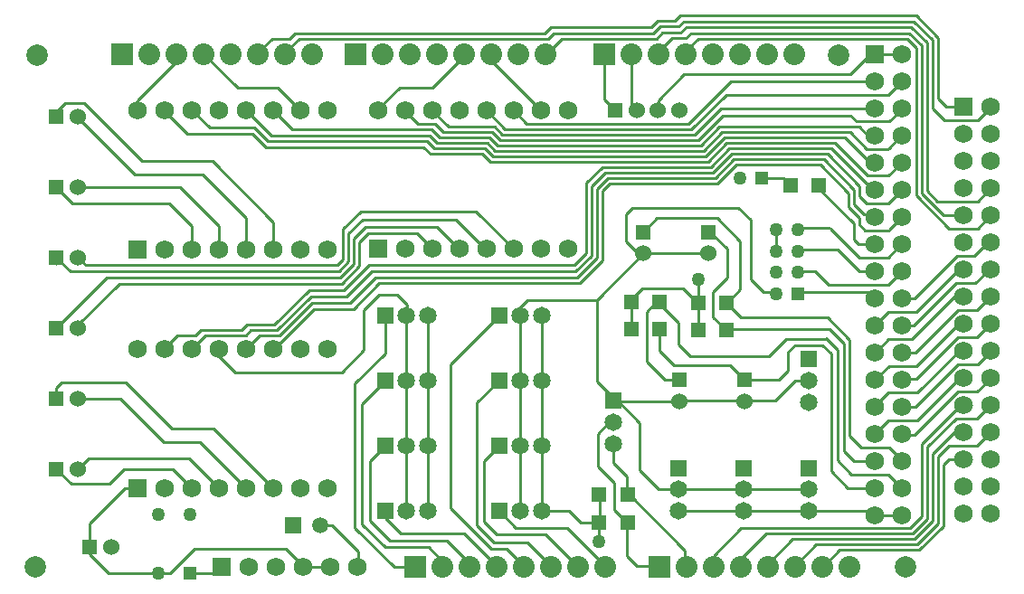
<source format=gtl>
%FSLAX24Y24*%
%MOIN*%
G70*
G01*
G75*
G04 Layer_Physical_Order=1*
G04 Layer_Color=255*
%ADD10R,0.0550X0.0520*%
%ADD11C,0.0100*%
%ADD12C,0.0787*%
%ADD13C,0.0680*%
%ADD14R,0.0591X0.0591*%
%ADD15C,0.0591*%
%ADD16C,0.0650*%
%ADD17R,0.0600X0.0600*%
%ADD18C,0.0600*%
%ADD19R,0.0550X0.0550*%
%ADD20C,0.0800*%
%ADD21R,0.0800X0.0800*%
%ADD22R,0.0600X0.0600*%
%ADD23R,0.0650X0.0650*%
%ADD24R,0.0550X0.0550*%
%ADD25R,0.0650X0.0650*%
%ADD26C,0.0500*%
%ADD27R,0.0500X0.0500*%
%ADD28R,0.0450X0.0450*%
%ADD29R,0.0500X0.0500*%
D10*
X43680Y36450D02*
D03*
X44720D02*
D03*
X40270Y31120D02*
D03*
X41310D02*
D03*
X40270Y32120D02*
D03*
X41310D02*
D03*
X38840Y31130D02*
D03*
X37800D02*
D03*
Y32130D02*
D03*
X38840D02*
D03*
X36630Y24000D02*
D03*
X37670D02*
D03*
X36630Y25050D02*
D03*
X37670D02*
D03*
D11*
X43410Y36700D02*
X43700Y36410D01*
X42600Y36700D02*
X43410D01*
X41170Y39010D02*
X45890D01*
X46100Y38800D01*
X47320D01*
X27740Y22390D02*
Y22950D01*
X26790Y23900D02*
X27740Y22950D01*
X26350Y23900D02*
X26790D01*
X36620Y23320D02*
Y24000D01*
X40270Y31120D02*
Y32110D01*
Y32120D02*
X40280Y32110D01*
X40270Y32120D02*
Y32980D01*
X36610Y24010D02*
X36620Y24000D01*
X35940D02*
X36610D01*
X36660Y23940D02*
Y25040D01*
X47270Y33780D02*
X47790Y34300D01*
X46230Y33780D02*
X47270D01*
X45150Y34860D02*
X46230Y33780D01*
X46200Y33290D02*
X46760D01*
X47280Y32780D02*
X47780Y33280D01*
X45090Y32780D02*
X47280D01*
X44583Y33287D02*
X45090Y32780D01*
X43950Y33287D02*
X44583D01*
X46570Y32500D02*
X46790Y32280D01*
X47760D02*
X48240D01*
X49810Y33850D01*
X50450D01*
X50940Y34340D01*
X51030D01*
X46780Y31290D02*
X46850D01*
X46780Y31280D02*
X47290Y31790D01*
X48310D01*
X49870Y33350D01*
X50050D01*
X47780Y31280D02*
X48220D01*
X49780Y32840D01*
X50490D01*
X51010Y33360D01*
X51030D01*
X46770Y30260D02*
X47290Y30780D01*
X48160D01*
X49710Y32330D01*
X47810Y30280D02*
X48280D01*
X49850Y31850D01*
X46780Y29270D02*
X47300Y29790D01*
X48320D01*
X49880Y31350D01*
X47780Y29300D02*
X48300D01*
X49840Y30840D01*
X46740Y28270D02*
X47270Y28800D01*
X48360D01*
X49910Y30350D01*
X47750Y28290D02*
X48280D01*
X49840Y29850D01*
X46770Y27270D02*
X47280Y27780D01*
X48360D01*
X49910Y29330D01*
X47770Y27260D02*
X48260D01*
X49840Y28840D01*
X46780Y30290D02*
X46920D01*
X46760Y29280D02*
X46800D01*
X47300Y26790D02*
X47800Y26290D01*
X46270Y26790D02*
X47300D01*
X45850Y27210D02*
X46270Y26790D01*
X46000Y26280D02*
X46810D01*
X45640Y26640D02*
X46000Y26280D01*
X47290Y25790D02*
X47790Y25290D01*
X45930Y25790D02*
X47290D01*
X45400Y26320D02*
X45930Y25790D01*
X45790Y25280D02*
X46790D01*
X45170Y25900D02*
X45790Y25280D01*
X43163Y34067D02*
Y34862D01*
Y34067D02*
X43170Y34060D01*
X44340Y30080D02*
X44590D01*
X42680Y32500D02*
X43170D01*
X34680Y41280D02*
X35260Y41860D01*
X48710Y36246D02*
Y41710D01*
Y36246D02*
X49096Y35860D01*
X50570D01*
X51050Y36340D01*
X32660Y41050D02*
Y41290D01*
Y41050D02*
X34490Y39220D01*
X28460Y39230D02*
X29280Y40050D01*
X30490D01*
X31705Y41265D01*
X37826Y39364D02*
X38000Y39190D01*
X37826Y39364D02*
Y41566D01*
X36826Y41290D02*
Y41496D01*
X36810Y39610D02*
Y41290D01*
Y39610D02*
X37220Y39200D01*
X24788Y40050D02*
X25630Y39208D01*
X23300Y40050D02*
X24788D01*
X27900Y35180D02*
X31350D01*
X27390Y34670D02*
X27900Y35180D01*
X27390Y33630D02*
Y34670D01*
X27040Y33280D02*
X27390Y33630D01*
X17140Y33280D02*
X27040D01*
X16630Y33790D02*
X17140Y33280D01*
X31140Y29840D02*
X32940Y31640D01*
X31140Y24540D02*
Y29840D01*
X20780Y35790D02*
X21630Y34940D01*
Y34090D02*
Y34940D01*
X17230Y35790D02*
X20780D01*
X16630Y36390D02*
X17230Y35790D01*
X20930Y25990D02*
X21630Y25290D01*
X19130Y25990D02*
X20930D01*
X18580Y25440D02*
X19130Y25990D01*
X17180Y25440D02*
X18580D01*
X16630Y25990D02*
X17180Y25440D01*
X27840Y35490D02*
X32080D01*
X27190Y34840D02*
X27840Y35490D01*
X27190Y33720D02*
Y34840D01*
X26970Y33500D02*
X27190Y33720D01*
X17707Y33500D02*
X26970D01*
X17418Y33790D02*
X17707Y33500D01*
X24630Y34090D02*
Y35090D01*
X22380Y37340D02*
X24630Y35090D01*
X19790Y37340D02*
X22380D01*
X17660Y39470D02*
X19790Y37340D01*
X16960Y39470D02*
X17660D01*
X16630Y39140D02*
X16960Y39470D01*
X23630Y34090D02*
Y35240D01*
X22030Y36840D02*
X23630Y35240D01*
X19530Y36840D02*
X22030D01*
X17418Y38952D02*
X19530Y36840D01*
X17418Y38952D02*
Y38990D01*
X22430Y27490D02*
X24630Y25290D01*
X20880Y27490D02*
X22430D01*
X19180Y29190D02*
X20880Y27490D01*
X21930Y26990D02*
X23630Y25290D01*
X20580Y26990D02*
X21930D01*
X21530Y26390D02*
X22630Y25290D01*
X17830Y26390D02*
X21530D01*
X17430Y25990D02*
X17830Y26390D01*
X17418Y25990D02*
X17430D01*
X39550Y24445D02*
X41950D01*
X17418Y36390D02*
X21180D01*
X22630Y34940D01*
X32390Y24040D02*
Y26290D01*
X32940Y26840D01*
X27630Y23810D02*
Y29140D01*
X28740Y30250D01*
Y31640D01*
X27890Y23960D02*
Y28390D01*
X28740Y29240D01*
X28190Y24070D02*
Y26290D01*
X28740Y26840D01*
X32130Y23920D02*
Y28430D01*
X32940Y29240D01*
X33528Y31790D02*
Y31815D01*
X30165Y26840D02*
X30215Y26890D01*
X29378Y26840D02*
X29428Y26890D01*
X17418Y28590D02*
X18980D01*
X16630D02*
Y28990D01*
X16830Y29190D01*
X22630Y34090D02*
Y34940D01*
X16630Y33540D02*
Y33790D01*
X18980Y28590D02*
X20580Y26990D01*
X16830Y29190D02*
X19180D01*
X17418Y38990D02*
X17568Y38840D01*
X46760Y41300D02*
X46770Y41290D01*
X46650Y41300D02*
X46760D01*
X45880Y40530D02*
X46650Y41300D01*
X33950Y38720D02*
X39920D01*
X39760Y40530D02*
X45880D01*
X46750Y40270D02*
X46770Y40290D01*
X33150Y38520D02*
X40030D01*
X47270Y39790D02*
X47770Y40290D01*
X33060Y38320D02*
X40150D01*
X41100Y39270D01*
X32970Y38120D02*
X40280D01*
X41170Y39010D01*
X24630Y39200D02*
Y39208D01*
Y39200D02*
X25320Y38510D01*
X30443D01*
X30742Y38210D01*
X32882Y37920D02*
X40370D01*
X41050Y38600D01*
X23630Y39200D02*
Y39208D01*
Y39200D02*
X24540Y38290D01*
X30370D01*
X30650Y38010D01*
X32792Y37720D02*
X40470D01*
X41150Y38400D01*
X47300Y37810D02*
X47760Y38270D01*
X21630Y39208D02*
X21632D01*
X22270Y38570D01*
X23930D01*
X24430Y38070D01*
X30290D01*
X32709Y37520D02*
X40560D01*
X20630Y39190D02*
Y39208D01*
Y39190D02*
X21460Y38360D01*
X23850D01*
X24360Y37850D01*
X30160D01*
X30400Y37610D01*
X46530Y36800D02*
X47290D01*
X47770Y37280D01*
X16630Y31190D02*
Y31190D01*
X18490Y33050D01*
X27095D01*
X27590Y33545D01*
Y34490D01*
X28010Y34910D01*
X30660D01*
X17420Y31190D02*
Y31300D01*
X18940Y32820D01*
X27148D01*
X27790Y33462D01*
Y34360D01*
X28100Y34670D01*
X29900D01*
X17418Y31190D02*
X17580D01*
X20620Y30450D02*
X21080Y30910D01*
X25950Y32590D02*
X27220D01*
X28150Y33520D01*
X35720D01*
X21630Y30408D02*
Y30410D01*
X22130Y30910D01*
X26011Y32360D02*
X27330D01*
X28240Y33270D01*
X35760D01*
X23630Y30408D02*
Y30410D01*
X24120Y30900D01*
X26060Y32120D02*
X27460D01*
X28390Y33050D01*
X35830D01*
X24630Y30408D02*
X24638D01*
X26120Y31890D01*
X27570D01*
X28530Y32850D01*
X35920D01*
X47300Y34800D02*
X47780Y35280D01*
X30290Y38070D02*
X30550Y37810D01*
X46770Y36250D02*
X46780Y36260D01*
X36740Y37120D02*
X40738D01*
X36150Y36530D02*
X36740Y37120D01*
X36150Y33950D02*
Y36530D01*
X35720Y33520D02*
X36150Y33950D01*
X35760Y33270D02*
X36350Y33860D01*
Y36410D01*
X36850Y36910D01*
X40815D01*
X46490Y35790D02*
X47290D01*
X35830Y33050D02*
X36550Y33770D01*
Y36326D01*
X36934Y36710D01*
X40900D01*
X35920Y32850D02*
X36750Y33680D01*
Y36240D01*
X37020Y36510D01*
X40990D01*
X29900Y34670D02*
X30470Y34100D01*
X31350Y35180D02*
X32440Y34090D01*
X32080Y35490D02*
X33470Y34100D01*
X30570Y38710D02*
X30870Y38410D01*
X29960Y38710D02*
X30570D01*
X38800Y39570D02*
X39760Y40530D01*
X46490Y37790D02*
X47270D01*
X47290Y37810D01*
X47300D01*
X41100Y39270D02*
X46770D01*
X41050Y38600D02*
X46200D01*
X46510Y38290D01*
X41150Y38400D02*
X45880D01*
X40560Y37520D02*
X41240Y38200D01*
X45680D01*
X46580Y37300D01*
X45330Y38000D02*
X46530Y36800D01*
X41330Y38000D02*
X45330D01*
X40650Y37320D02*
X41330Y38000D01*
X32620Y37320D02*
X40650D01*
X43863Y29243D02*
X44340D01*
X43120Y28500D02*
X43863Y29243D01*
X44860Y30550D02*
X45170Y30240D01*
Y25900D02*
Y30240D01*
X44970Y30800D02*
X45400Y30370D01*
Y26320D02*
Y30370D01*
X43840Y30550D02*
X44860D01*
X37790Y32150D02*
X37800Y32140D01*
X37790Y32150D02*
Y32220D01*
X38220Y32650D01*
X39710D01*
X40250Y32110D01*
X43590Y30300D02*
X43840Y30550D01*
X43590Y29610D02*
Y30300D01*
X43250Y29270D02*
X43590Y29610D01*
X38240Y34720D02*
X38750Y35230D01*
X40990D01*
X41830Y34390D01*
Y32610D02*
Y34390D01*
X40640Y34720D02*
X40730D01*
X41340Y34110D01*
Y33030D02*
Y34110D01*
X40830Y32520D02*
X41340Y33030D01*
X40830Y31580D02*
Y32520D01*
X45640Y26640D02*
Y30610D01*
X27630Y23810D02*
X29070Y22370D01*
X28190Y24070D02*
X28920Y23340D01*
X31000D01*
X28740Y24180D02*
Y24440D01*
Y24180D02*
X29300Y23620D01*
X31650D01*
X27890Y23960D02*
X28750Y23100D01*
X30340D01*
X30890Y22550D01*
Y22400D02*
Y22550D01*
X32940Y24430D02*
Y24440D01*
Y24430D02*
X33560Y23810D01*
X35450D01*
X32390Y24040D02*
X32850Y23580D01*
X34650D01*
X32130Y23920D02*
X32760Y23290D01*
X33990D01*
X31140Y24540D02*
X32640Y23040D01*
X33220D01*
X45850Y27210D02*
Y30760D01*
X37705Y25075D02*
X39790Y22990D01*
Y22400D02*
Y22990D01*
X37650Y22770D02*
X38020Y22400D01*
X38810D01*
X36650Y25050D02*
X36660Y25040D01*
X37650Y22770D02*
Y23990D01*
X37140Y26210D02*
Y26840D01*
Y26210D02*
X37650Y25700D01*
X37027Y27737D02*
X37250D01*
X36570Y27280D02*
X37027Y27737D01*
X36570Y26090D02*
Y27280D01*
Y26090D02*
X37180Y25480D01*
Y24480D02*
Y25480D01*
Y24480D02*
X37650Y24010D01*
X35500Y24440D02*
X35940Y24000D01*
X45120Y31130D02*
X45640Y30610D01*
X45040Y31570D02*
X45850Y30760D01*
X40738Y37120D02*
X41418Y37800D01*
X45170D01*
X40815Y36910D02*
X41505Y37600D01*
X45040D01*
X40900Y36710D02*
X41590Y37400D01*
X44910D01*
X40990Y36510D02*
X41680Y37200D01*
X46210Y35000D02*
X46420Y34790D01*
X47300D01*
X38120Y25930D02*
Y27690D01*
Y25930D02*
X38810Y25240D01*
X39540D01*
X38370Y29960D02*
Y31770D01*
Y29960D02*
X39040Y29290D01*
X38840Y30340D02*
Y31130D01*
Y30340D02*
X39380Y29800D01*
X41460D01*
X41980Y29280D01*
X39560Y30570D02*
Y31370D01*
Y30570D02*
X39980Y30150D01*
X42890D01*
X43530Y30790D01*
X44960D01*
X41850Y31570D02*
X45040D01*
X43950Y32500D02*
X46570D01*
X43960Y34075D02*
X45415D01*
X46200Y33290D01*
X43970Y34862D02*
X45120D01*
X33728Y31958D02*
X33990Y32220D01*
X36540D01*
X38080Y33920D02*
X38220D01*
X37620Y34380D02*
X38080Y33920D01*
X37620Y34380D02*
Y35390D01*
X37850Y35620D01*
X41760D01*
X42210Y35170D01*
Y32970D02*
Y35170D01*
Y32970D02*
X42680Y32500D01*
X22630Y30160D02*
Y30408D01*
Y30160D02*
X23230Y29560D01*
X27140D01*
X27960Y30380D01*
Y31830D01*
X28530Y32400D01*
X29170D01*
X29540Y32030D01*
Y31640D02*
Y32030D01*
X19150Y25290D02*
X19630D01*
X17840Y23980D02*
X19150Y25290D01*
X17840Y22860D02*
X18550Y22150D01*
X41680Y37200D02*
X44770D01*
X30315Y31640D02*
X30320D01*
X36540Y29210D02*
Y32220D01*
X37230Y28500D02*
X37237Y28493D01*
X23720Y22210D02*
Y22380D01*
X24731Y22099D02*
Y22392D01*
X27731D02*
X27738D01*
X40833D02*
Y22773D01*
X41860Y23800D01*
X48080D01*
X48520Y24240D01*
Y26910D01*
X41833Y22392D02*
Y22663D01*
X42770Y23600D01*
X48166D01*
X48720Y24154D01*
Y26800D01*
X42833Y22392D02*
Y22473D01*
X43760Y23400D01*
X48250D01*
X48920Y24070D01*
Y26560D01*
X43840Y22410D02*
X44630Y23200D01*
X48340D01*
X49120Y23980D01*
Y26440D01*
X44833Y22392D02*
X44882D01*
X45490Y23000D01*
X48430D01*
X49320Y23890D01*
Y26150D01*
X49510Y26340D01*
X49120Y26440D02*
X49530Y26850D01*
X50560D01*
X48920Y26560D02*
X49710Y27350D01*
X48720Y26800D02*
X49770Y27850D01*
X50550D01*
X48520Y26910D02*
X49960Y28350D01*
X49840Y28840D02*
X50560D01*
X49840Y29850D02*
X50570D01*
X49910Y30350D02*
X50050D01*
X49840Y30840D02*
X50550D01*
X49850Y31850D02*
X50550D01*
X41826Y41290D02*
X41890D01*
X40826D02*
X40840D01*
X39826D02*
Y41406D01*
X40280Y41860D01*
X48310Y36070D02*
Y41520D01*
Y36070D02*
X49520Y34860D01*
X50570D01*
X38826Y41290D02*
Y41376D01*
X39320Y41870D01*
X48510Y36160D02*
Y41610D01*
Y36160D02*
X49320Y35350D01*
X19630Y39208D02*
Y39580D01*
X21060Y41010D01*
Y41280D01*
X20830Y22150D02*
X21720Y23040D01*
X25090D01*
X37800Y31130D02*
Y32140D01*
X37790Y31140D02*
X37810Y31120D01*
X46630Y24440D02*
X46790Y24280D01*
X46780Y24290D02*
X47780D01*
X41950Y24440D02*
X46630D01*
X34515Y24440D02*
X35500D01*
X34515Y24410D02*
Y31640D01*
X30315Y24440D02*
Y31640D01*
X17840Y22860D02*
Y23980D01*
X25090Y23040D02*
X25770Y22360D01*
X26708Y22392D02*
X26720Y22380D01*
X25731Y22392D02*
X26708D01*
X18550Y22150D02*
X20830D01*
X29070Y22370D02*
X29870D01*
X31000Y23340D02*
X31910Y22430D01*
X31650Y23620D02*
X32880Y22390D01*
X33220Y23040D02*
X33870Y22390D01*
X33990Y23290D02*
X34890Y22390D01*
X34650Y23580D02*
X35880Y22350D01*
X35450Y23810D02*
X36870Y22390D01*
X49510Y26340D02*
X50360D01*
X50560Y26850D02*
X51060Y27350D01*
X43840Y22360D02*
Y22410D01*
X49710Y27350D02*
X50070D01*
X50550Y27850D02*
X51060Y28360D01*
X49960Y28350D02*
X50360D01*
X37650Y25040D02*
Y25700D01*
X22060Y41290D02*
X23300Y40050D01*
X49320Y35350D02*
X50070D01*
X50570Y34860D02*
X51060Y35350D01*
X42810Y41310D02*
X42940D01*
X41480Y40270D02*
X46750D01*
X33440Y39230D02*
X33950Y38720D01*
X32440Y39230D02*
X33150Y38520D01*
X30460Y39220D02*
X31070Y38610D01*
X47320Y38800D02*
X47800Y39280D01*
X29450Y39220D02*
X29960Y38710D01*
X46510Y38290D02*
X46790D01*
X46250Y38020D02*
Y38030D01*
X45880Y38400D02*
X46490Y37790D01*
X46670Y36300D02*
X46810D01*
X47290Y35790D02*
X47790Y36290D01*
X46390Y35390D02*
X46750D01*
X49710Y32330D02*
X50050D01*
X50550Y31850D02*
X51060Y32360D01*
X49880Y31350D02*
X50060D01*
X50550Y30840D02*
X51060Y31350D01*
X50570Y29850D02*
X51070Y30350D01*
X49910Y29330D02*
X50050D01*
X50560Y28840D02*
X51070Y29350D01*
X30660Y34910D02*
X31480Y34090D01*
X46770Y41290D02*
X47780D01*
X40617Y33933D02*
X40640Y33910D01*
X38240Y33933D02*
X40617D01*
X38800Y39170D02*
Y39570D01*
X39550Y25232D02*
X44350D01*
X39590Y28500D02*
X43120D01*
X39580Y28490D02*
X39590Y28500D01*
X37230Y28510D02*
X37300D01*
X38120Y27690D01*
X41950Y28490D02*
X41960Y28500D01*
X37237Y28493D02*
X39580D01*
X36540Y32220D02*
X38260Y33940D01*
X36540Y29210D02*
X37240Y28510D01*
X33728Y24440D02*
Y31958D01*
X29528Y24440D02*
Y31640D01*
X41980Y29270D02*
X43250D01*
X38765Y32165D02*
X39560Y31370D01*
X38370Y31770D02*
X38765Y32165D01*
X38730Y32130D02*
X38840D01*
X39040Y29290D02*
X39590D01*
X41300Y31130D02*
X45120D01*
X40830Y31580D02*
X41310Y31100D01*
X41300Y32080D02*
X41830Y32610D01*
X41330Y32110D02*
X41860Y31580D01*
X41290Y32120D02*
X41430D01*
X41300Y39790D02*
X47270D01*
X40030Y38520D02*
X41300Y39790D01*
X39950Y38740D02*
X41480Y40270D01*
X39940Y38740D02*
X39950D01*
X39920Y38720D02*
X39940Y38740D01*
X47990Y41840D02*
X48310Y41520D01*
X40240Y41840D02*
X47990D01*
X48060Y42060D02*
X48510Y41610D01*
X40010Y42060D02*
X48060D01*
X48130Y42290D02*
X48710Y41710D01*
X39840Y42290D02*
X48130D01*
X25060Y41290D02*
Y41340D01*
X25580Y41860D01*
X39750Y42490D02*
X48220D01*
X48910Y41800D01*
Y39280D02*
Y41800D01*
Y39280D02*
X49350Y38840D01*
X50570D01*
X51070Y39340D01*
X24060Y41290D02*
Y41340D01*
X24570Y41850D01*
X39620Y42700D02*
X48300D01*
X49110Y41890D01*
Y39640D02*
Y41890D01*
Y39640D02*
X49400Y39350D01*
X50060D01*
X39320Y41870D02*
X39820D01*
X40010Y42060D01*
X35260Y41860D02*
X38750D01*
X38960Y42070D01*
X39620D01*
X39840Y42290D01*
X25580Y41860D02*
X34740D01*
X34940Y42060D01*
X38630D01*
X38870Y42300D01*
X39560D01*
X39750Y42490D01*
X24570Y41850D02*
X25200D01*
X25410Y42060D01*
X34630D01*
X34850Y42280D01*
X38560D01*
X38780Y42500D01*
X39420D01*
X39620Y42700D01*
X22731Y22371D02*
Y22392D01*
X22490Y22130D02*
X22731Y22371D01*
X21510Y22130D02*
X22490D01*
X31070Y38610D02*
X32770D01*
X33060Y38320D01*
X30870Y38410D02*
X32680D01*
X32970Y38120D01*
X32592Y38210D02*
X32882Y37920D01*
X30742Y38210D02*
X32592D01*
X32503Y38010D02*
X32792Y37720D01*
X30650Y38010D02*
X32503D01*
X32419Y37810D02*
X32709Y37520D01*
X30550Y37810D02*
X32419D01*
X32330Y37610D02*
X32620Y37320D01*
X30400Y37610D02*
X32330D01*
X16630Y38790D02*
Y39140D01*
X24840Y30900D02*
X26060Y32120D01*
X24120Y30900D02*
X24840D01*
X22130Y30910D02*
X23600D01*
X23790Y31100D01*
X24752D01*
X26011Y32360D01*
X21080Y30910D02*
X21740D01*
X21940Y31110D01*
X23460D01*
X23651Y31301D01*
X24661D01*
X25950Y32590D01*
X45170Y37800D02*
X46670Y36300D01*
X46220Y36060D02*
X46490Y35790D01*
X46220Y36060D02*
Y36420D01*
X45040Y37600D02*
X46220Y36420D01*
X46020Y35760D02*
X46390Y35390D01*
X46020Y35760D02*
Y36290D01*
X44910Y37400D02*
X46020Y36290D01*
X46210Y35000D02*
Y35250D01*
X45820Y35640D02*
X46210Y35250D01*
X45820Y35640D02*
Y36150D01*
X44770Y37200D02*
X45820Y36150D01*
X44570Y36450D02*
X44590D01*
X46010Y35030D01*
Y34450D02*
Y35030D01*
Y34450D02*
X46170Y34290D01*
X46770D01*
D12*
X47928Y22392D02*
D03*
X15841D02*
D03*
X15911Y41240D02*
D03*
X45438D02*
D03*
D13*
X26630Y30408D02*
D03*
Y25290D02*
D03*
X35470Y39218D02*
D03*
Y34100D02*
D03*
X26630Y39208D02*
D03*
Y34090D02*
D03*
X25630Y30408D02*
D03*
X28470Y39218D02*
D03*
X34470D02*
D03*
X19630Y30408D02*
D03*
X31470Y39218D02*
D03*
X34470Y34100D02*
D03*
X33470D02*
D03*
X32470D02*
D03*
X31470D02*
D03*
X30470D02*
D03*
X29470D02*
D03*
X20630Y34090D02*
D03*
X21630D02*
D03*
X22630D02*
D03*
X23630D02*
D03*
X24630D02*
D03*
X25630D02*
D03*
X22630Y39208D02*
D03*
X21630D02*
D03*
X20630D02*
D03*
Y25290D02*
D03*
X21630D02*
D03*
X22630D02*
D03*
X23630D02*
D03*
X24630D02*
D03*
X25630D02*
D03*
X22630Y30408D02*
D03*
X19630Y39208D02*
D03*
X25630D02*
D03*
X24630D02*
D03*
X23630D02*
D03*
X33470Y39218D02*
D03*
X32470D02*
D03*
X30470D02*
D03*
X29470D02*
D03*
X24630Y30408D02*
D03*
X23630D02*
D03*
X21630D02*
D03*
X20630D02*
D03*
X51050Y37350D02*
D03*
Y39350D02*
D03*
X50050Y37350D02*
D03*
Y38350D02*
D03*
X51050D02*
D03*
X50050Y35350D02*
D03*
X51050D02*
D03*
X50050Y28350D02*
D03*
X51050D02*
D03*
Y29350D02*
D03*
X50050D02*
D03*
Y30350D02*
D03*
X51050D02*
D03*
Y32350D02*
D03*
X50050D02*
D03*
Y31350D02*
D03*
X51050D02*
D03*
Y27350D02*
D03*
X50050D02*
D03*
Y26350D02*
D03*
X51050D02*
D03*
Y25350D02*
D03*
X50050D02*
D03*
Y24350D02*
D03*
X51050D02*
D03*
X50050Y36350D02*
D03*
X51050D02*
D03*
Y34350D02*
D03*
X50050Y33350D02*
D03*
X51050D02*
D03*
X50050Y34350D02*
D03*
X47780Y35290D02*
D03*
X46780D02*
D03*
X47780Y36290D02*
D03*
X46780D02*
D03*
X47780Y37290D02*
D03*
X46780D02*
D03*
X47780Y38290D02*
D03*
X46780D02*
D03*
X47780Y39290D02*
D03*
X46780D02*
D03*
X47780Y40290D02*
D03*
X46780D02*
D03*
X47780Y41290D02*
D03*
Y24290D02*
D03*
X46780D02*
D03*
Y25290D02*
D03*
X47780D02*
D03*
X46780Y26290D02*
D03*
X47780D02*
D03*
X46780Y30290D02*
D03*
X47780D02*
D03*
X46780Y29290D02*
D03*
X47780D02*
D03*
Y32290D02*
D03*
X46780Y31290D02*
D03*
X47780D02*
D03*
X46780Y28290D02*
D03*
X47780D02*
D03*
X46780Y27290D02*
D03*
X47780D02*
D03*
Y34290D02*
D03*
X46780Y33290D02*
D03*
X47780D02*
D03*
X46780Y34290D02*
D03*
Y32290D02*
D03*
X27731Y22392D02*
D03*
X26731D02*
D03*
X25731D02*
D03*
X24731D02*
D03*
X23731D02*
D03*
D14*
X25350Y23900D02*
D03*
D15*
X26350D02*
D03*
D16*
X37150Y26925D02*
D03*
Y27713D02*
D03*
X33728Y24440D02*
D03*
X34515D02*
D03*
X33728Y29240D02*
D03*
X34515D02*
D03*
X33728Y31640D02*
D03*
X34515D02*
D03*
X29528Y24440D02*
D03*
X30315D02*
D03*
X29528Y26840D02*
D03*
X30315D02*
D03*
X29528Y29240D02*
D03*
X30315D02*
D03*
X29528Y31640D02*
D03*
X30315D02*
D03*
X41950Y25232D02*
D03*
Y24445D02*
D03*
X44350Y25232D02*
D03*
Y24445D02*
D03*
X44340Y29243D02*
D03*
Y28455D02*
D03*
X33728Y26840D02*
D03*
X34515D02*
D03*
X39550Y24445D02*
D03*
Y25232D02*
D03*
D17*
X37150Y28500D02*
D03*
X44340Y30030D02*
D03*
X41950Y26020D02*
D03*
X44350D02*
D03*
X39550D02*
D03*
D18*
X18637Y23100D02*
D03*
X17418Y36390D02*
D03*
Y33790D02*
D03*
Y31190D02*
D03*
Y28590D02*
D03*
Y25990D02*
D03*
X41980Y28493D02*
D03*
X39580D02*
D03*
X40640Y33933D02*
D03*
X38240D02*
D03*
X39582Y39200D02*
D03*
X38007D02*
D03*
X38795D02*
D03*
X17418Y38990D02*
D03*
D19*
X17850Y23100D02*
D03*
X16630Y36390D02*
D03*
Y33790D02*
D03*
Y31190D02*
D03*
Y28590D02*
D03*
Y25990D02*
D03*
X37220Y39200D02*
D03*
X16630Y38990D02*
D03*
D20*
X32660Y41290D02*
D03*
X31660D02*
D03*
X29660D02*
D03*
X30660D02*
D03*
X28660D02*
D03*
X37826D02*
D03*
X34660D02*
D03*
X33660D02*
D03*
X38826D02*
D03*
X39826D02*
D03*
X40826D02*
D03*
X41826D02*
D03*
X42826D02*
D03*
X43826D02*
D03*
X30865Y22392D02*
D03*
X31865D02*
D03*
X32865D02*
D03*
X33865D02*
D03*
X34865D02*
D03*
X35865D02*
D03*
X36865D02*
D03*
X39833D02*
D03*
X40833D02*
D03*
X41833D02*
D03*
X42833D02*
D03*
X43833D02*
D03*
X44833D02*
D03*
X45833D02*
D03*
X26060Y41290D02*
D03*
X25060D02*
D03*
X24060D02*
D03*
X23060D02*
D03*
X22060D02*
D03*
X21060D02*
D03*
X20060D02*
D03*
D21*
X27660D02*
D03*
X36826D02*
D03*
X29865Y22392D02*
D03*
X38833D02*
D03*
X19060Y41290D02*
D03*
D22*
X32940Y24440D02*
D03*
Y29240D02*
D03*
Y31640D02*
D03*
X28740Y24440D02*
D03*
Y26840D02*
D03*
Y29240D02*
D03*
Y31640D02*
D03*
X32940Y26840D02*
D03*
D23*
X28470Y34100D02*
D03*
X19630Y34090D02*
D03*
Y25290D02*
D03*
X22731Y22392D02*
D03*
D24*
X41980Y29280D02*
D03*
X39580D02*
D03*
X40640Y34720D02*
D03*
X38240D02*
D03*
D25*
X50050Y39350D02*
D03*
X46780Y41290D02*
D03*
D26*
X43163Y32450D02*
D03*
Y33237D02*
D03*
Y34025D02*
D03*
Y34812D02*
D03*
X43950D02*
D03*
Y34025D02*
D03*
Y33237D02*
D03*
X20369Y22150D02*
D03*
X21550Y24315D02*
D03*
X20369D02*
D03*
X41813Y36700D02*
D03*
X36620Y23320D02*
D03*
X40270Y32980D02*
D03*
D27*
X43950Y32450D02*
D03*
D28*
X21550Y22150D02*
D03*
D29*
X42600Y36700D02*
D03*
M02*

</source>
